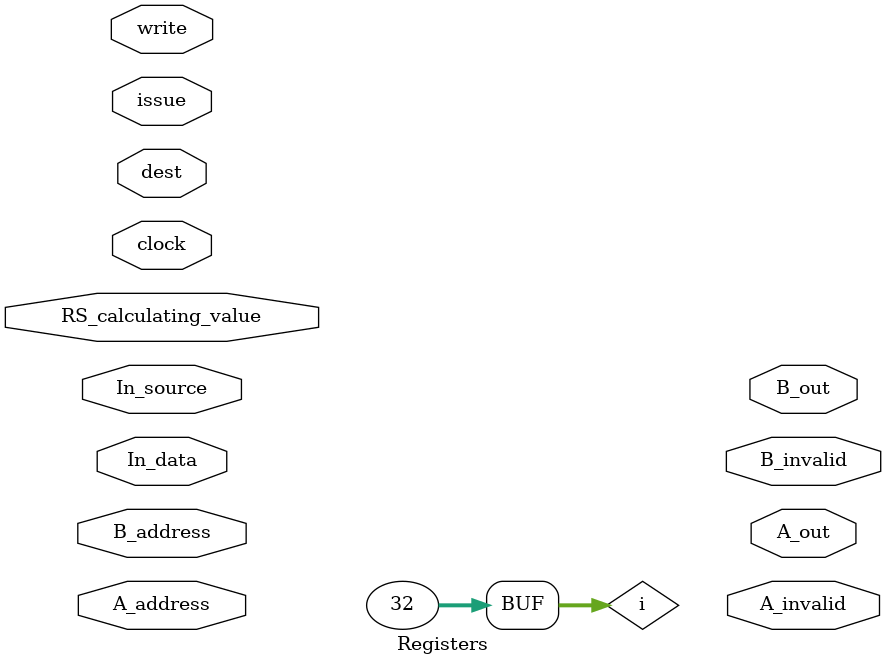
<source format=sv>
module Registers(
// clock and flag indicating that a new instruction has been issued
   input logic clock, issue,

// register numbers 0-31, analogous to Read_Register1, Read_Register2, Write_Register
   input logic [4:0] A_address,B_address, dest,

// data to write, analogous to write_data
   input logic [31:0] In_data,
    
   input logic [5:0] In_source, RS_calculating_value,

// flag indicating that the intent is to write to the register file, analogous to reg_write

   input logic write,

 // data out of the register file analogous to read_data1 and read_data2
   output logic [31:0] A_out, B_out,

// flag indicating that the data in the register in not updated and ready to use
   output logic A_invalid,B_invalid
   );

// define parameters to use as constant values
   parameter not_redirected=0;
   parameter true=1'b1;
   parameter false=1'b0;
   parameter num_of_regs=32;
   
 // 32 elements of 32 bit values in the register file
   logic [31:0] reg_file [31:0];

// 32 elements of 5 bit values indicating the reservation station
   logic [5:0] redirection [31:0];

 // loop variable
   integer i;
   
   initial
     begin
       for(i=0;i<num_of_regs;i=i+1)
         begin
             reg_file[i]=i;
             redirection[i]=not_redirected;
         end
     end 

// Big picture of what is going on in this module
// This is overall similar to the regfile in Comp Org with the same ideas: read values from 2 registers, 
// write value to 1 register. However, since this is out of order execution:   
// 1. The read values may or may not be ready to use. If ready, send them out. If they are not ready because
// they are being calculated by a reservation station in the ALU, then we identify they are not ready and output the 
// reservation station number they are waiting for.
// 2. Unlike in Comp Org, the destination register will not be updated right now. Instead, we store the producing
// reservation station for that destination register. The value of the destination register will be updated later when
// the producing reservation station finishes executing.
// 3. Even though we are not updating the destination register immediately, we still have a value that is intended to 
// be written to the register file. But rather than writing it to the destination register, it gets written to the register
// that is waiting on data from that reservation station. So we keep up with which reservation station is supposed to 
// produce the value for the destination register (described in step 2 above), then when data produced by that reservation
// station comes in, we update the register that was waiting on the data
   
   always@(negedge clock)
   begin
	// TODO handle issue
   end
         
       
    always@(posedge clock)
       begin
          // TODO handle updates
       end
endmodule

</source>
